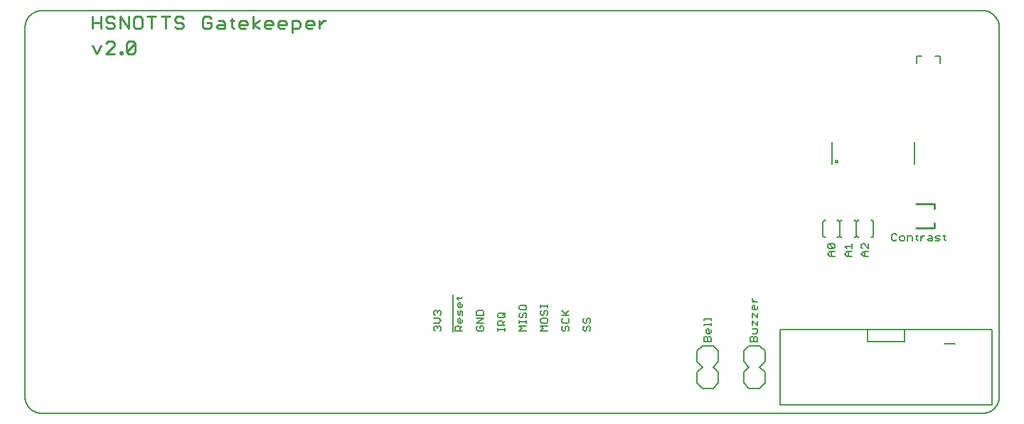
<source format=gto>
G75*
%MOIN*%
%OFA0B0*%
%FSLAX25Y25*%
%IPPOS*%
%LPD*%
%AMOC8*
5,1,8,0,0,1.08239X$1,22.5*
%
%ADD10C,0.01100*%
%ADD11C,0.00591*%
%ADD12C,0.00600*%
%ADD13C,0.00800*%
%ADD14C,0.01000*%
D10*
X0035121Y0364837D02*
X0037089Y0368774D01*
X0039598Y0369758D02*
X0040582Y0370742D01*
X0042550Y0370742D01*
X0043535Y0369758D01*
X0043535Y0368774D01*
X0039598Y0364837D01*
X0043535Y0364837D01*
X0046043Y0364837D02*
X0047028Y0364837D01*
X0047028Y0365822D01*
X0046043Y0365822D01*
X0046043Y0364837D01*
X0049266Y0365822D02*
X0049266Y0369758D01*
X0050250Y0370742D01*
X0052219Y0370742D01*
X0053203Y0369758D01*
X0049266Y0365822D01*
X0050250Y0364837D01*
X0052219Y0364837D01*
X0053203Y0365822D01*
X0053203Y0369758D01*
X0053473Y0376648D02*
X0055441Y0376648D01*
X0056426Y0377633D01*
X0056426Y0381569D01*
X0055441Y0382553D01*
X0053473Y0382553D01*
X0052489Y0381569D01*
X0052489Y0377633D01*
X0053473Y0376648D01*
X0049980Y0376648D02*
X0049980Y0382553D01*
X0046043Y0382553D02*
X0046043Y0376648D01*
X0043535Y0377633D02*
X0042550Y0376648D01*
X0040582Y0376648D01*
X0039598Y0377633D01*
X0040582Y0379601D02*
X0042550Y0379601D01*
X0043535Y0378617D01*
X0043535Y0377633D01*
X0040582Y0379601D02*
X0039598Y0380585D01*
X0039598Y0381569D01*
X0040582Y0382553D01*
X0042550Y0382553D01*
X0043535Y0381569D01*
X0046043Y0382553D02*
X0049980Y0376648D01*
X0058934Y0382553D02*
X0062871Y0382553D01*
X0060903Y0382553D02*
X0060903Y0376648D01*
X0065380Y0382553D02*
X0069317Y0382553D01*
X0067348Y0382553D02*
X0067348Y0376648D01*
X0071825Y0377633D02*
X0072810Y0376648D01*
X0074778Y0376648D01*
X0075762Y0377633D01*
X0075762Y0378617D01*
X0074778Y0379601D01*
X0072810Y0379601D01*
X0071825Y0380585D01*
X0071825Y0381569D01*
X0072810Y0382553D01*
X0074778Y0382553D01*
X0075762Y0381569D01*
X0084716Y0381569D02*
X0084716Y0377633D01*
X0085701Y0376648D01*
X0087669Y0376648D01*
X0088653Y0377633D01*
X0088653Y0379601D01*
X0086685Y0379601D01*
X0088653Y0381569D02*
X0087669Y0382553D01*
X0085701Y0382553D01*
X0084716Y0381569D01*
X0092146Y0380585D02*
X0094114Y0380585D01*
X0095099Y0379601D01*
X0095099Y0376648D01*
X0092146Y0376648D01*
X0091162Y0377633D01*
X0092146Y0378617D01*
X0095099Y0378617D01*
X0097607Y0380585D02*
X0099576Y0380585D01*
X0098591Y0381569D02*
X0098591Y0377633D01*
X0099576Y0376648D01*
X0101904Y0377633D02*
X0101904Y0379601D01*
X0102888Y0380585D01*
X0104857Y0380585D01*
X0105841Y0379601D01*
X0105841Y0378617D01*
X0101904Y0378617D01*
X0101904Y0377633D02*
X0102888Y0376648D01*
X0104857Y0376648D01*
X0108350Y0376648D02*
X0108350Y0382553D01*
X0111302Y0380585D02*
X0108350Y0378617D01*
X0111302Y0376648D01*
X0113721Y0377633D02*
X0113721Y0379601D01*
X0114705Y0380585D01*
X0116674Y0380585D01*
X0117658Y0379601D01*
X0117658Y0378617D01*
X0113721Y0378617D01*
X0113721Y0377633D02*
X0114705Y0376648D01*
X0116674Y0376648D01*
X0120167Y0377633D02*
X0120167Y0379601D01*
X0121151Y0380585D01*
X0123119Y0380585D01*
X0124103Y0379601D01*
X0124103Y0378617D01*
X0120167Y0378617D01*
X0120167Y0377633D02*
X0121151Y0376648D01*
X0123119Y0376648D01*
X0126612Y0376648D02*
X0129565Y0376648D01*
X0130549Y0377633D01*
X0130549Y0379601D01*
X0129565Y0380585D01*
X0126612Y0380585D01*
X0126612Y0374680D01*
X0133058Y0377633D02*
X0133058Y0379601D01*
X0134042Y0380585D01*
X0136010Y0380585D01*
X0136994Y0379601D01*
X0136994Y0378617D01*
X0133058Y0378617D01*
X0133058Y0377633D02*
X0134042Y0376648D01*
X0136010Y0376648D01*
X0139503Y0376648D02*
X0139503Y0380585D01*
X0139503Y0378617D02*
X0141471Y0380585D01*
X0142456Y0380585D01*
X0037089Y0379601D02*
X0033152Y0379601D01*
X0033152Y0382553D02*
X0033152Y0376648D01*
X0037089Y0376648D02*
X0037089Y0382553D01*
X0033152Y0368774D02*
X0035121Y0364837D01*
D11*
X0009374Y0196177D02*
X0450319Y0196177D01*
X0450509Y0196179D01*
X0450699Y0196186D01*
X0450889Y0196198D01*
X0451079Y0196214D01*
X0451268Y0196234D01*
X0451457Y0196260D01*
X0451645Y0196289D01*
X0451832Y0196324D01*
X0452018Y0196363D01*
X0452203Y0196406D01*
X0452388Y0196454D01*
X0452571Y0196506D01*
X0452752Y0196562D01*
X0452932Y0196623D01*
X0453111Y0196689D01*
X0453288Y0196758D01*
X0453464Y0196832D01*
X0453637Y0196910D01*
X0453809Y0196993D01*
X0453978Y0197079D01*
X0454146Y0197169D01*
X0454311Y0197264D01*
X0454474Y0197362D01*
X0454634Y0197465D01*
X0454792Y0197571D01*
X0454947Y0197681D01*
X0455100Y0197794D01*
X0455250Y0197912D01*
X0455396Y0198033D01*
X0455540Y0198157D01*
X0455681Y0198285D01*
X0455819Y0198416D01*
X0455954Y0198551D01*
X0456085Y0198689D01*
X0456213Y0198830D01*
X0456337Y0198974D01*
X0456458Y0199120D01*
X0456576Y0199270D01*
X0456689Y0199423D01*
X0456799Y0199578D01*
X0456905Y0199736D01*
X0457008Y0199896D01*
X0457106Y0200059D01*
X0457201Y0200224D01*
X0457291Y0200392D01*
X0457377Y0200561D01*
X0457460Y0200733D01*
X0457538Y0200906D01*
X0457612Y0201082D01*
X0457681Y0201259D01*
X0457747Y0201438D01*
X0457808Y0201618D01*
X0457864Y0201799D01*
X0457916Y0201982D01*
X0457964Y0202167D01*
X0458007Y0202352D01*
X0458046Y0202538D01*
X0458081Y0202725D01*
X0458110Y0202913D01*
X0458136Y0203102D01*
X0458156Y0203291D01*
X0458172Y0203481D01*
X0458184Y0203671D01*
X0458191Y0203861D01*
X0458193Y0204051D01*
X0458193Y0377280D01*
X0458191Y0377470D01*
X0458184Y0377660D01*
X0458172Y0377850D01*
X0458156Y0378040D01*
X0458136Y0378229D01*
X0458110Y0378418D01*
X0458081Y0378606D01*
X0458046Y0378793D01*
X0458007Y0378979D01*
X0457964Y0379164D01*
X0457916Y0379349D01*
X0457864Y0379532D01*
X0457808Y0379713D01*
X0457747Y0379893D01*
X0457681Y0380072D01*
X0457612Y0380249D01*
X0457538Y0380425D01*
X0457460Y0380598D01*
X0457377Y0380770D01*
X0457291Y0380939D01*
X0457201Y0381107D01*
X0457106Y0381272D01*
X0457008Y0381435D01*
X0456905Y0381595D01*
X0456799Y0381753D01*
X0456689Y0381908D01*
X0456576Y0382061D01*
X0456458Y0382211D01*
X0456337Y0382357D01*
X0456213Y0382501D01*
X0456085Y0382642D01*
X0455954Y0382780D01*
X0455819Y0382915D01*
X0455681Y0383046D01*
X0455540Y0383174D01*
X0455396Y0383298D01*
X0455250Y0383419D01*
X0455100Y0383537D01*
X0454947Y0383650D01*
X0454792Y0383760D01*
X0454634Y0383866D01*
X0454474Y0383969D01*
X0454311Y0384067D01*
X0454146Y0384162D01*
X0453978Y0384252D01*
X0453809Y0384338D01*
X0453637Y0384421D01*
X0453464Y0384499D01*
X0453288Y0384573D01*
X0453111Y0384642D01*
X0452932Y0384708D01*
X0452752Y0384769D01*
X0452571Y0384825D01*
X0452388Y0384877D01*
X0452203Y0384925D01*
X0452018Y0384968D01*
X0451832Y0385007D01*
X0451645Y0385042D01*
X0451457Y0385071D01*
X0451268Y0385097D01*
X0451079Y0385117D01*
X0450889Y0385133D01*
X0450699Y0385145D01*
X0450509Y0385152D01*
X0450319Y0385154D01*
X0009374Y0385154D01*
X0009184Y0385152D01*
X0008994Y0385145D01*
X0008804Y0385133D01*
X0008614Y0385117D01*
X0008425Y0385097D01*
X0008236Y0385071D01*
X0008048Y0385042D01*
X0007861Y0385007D01*
X0007675Y0384968D01*
X0007490Y0384925D01*
X0007305Y0384877D01*
X0007122Y0384825D01*
X0006941Y0384769D01*
X0006761Y0384708D01*
X0006582Y0384642D01*
X0006405Y0384573D01*
X0006229Y0384499D01*
X0006056Y0384421D01*
X0005884Y0384338D01*
X0005715Y0384252D01*
X0005547Y0384162D01*
X0005382Y0384067D01*
X0005219Y0383969D01*
X0005059Y0383866D01*
X0004901Y0383760D01*
X0004746Y0383650D01*
X0004593Y0383537D01*
X0004443Y0383419D01*
X0004297Y0383298D01*
X0004153Y0383174D01*
X0004012Y0383046D01*
X0003874Y0382915D01*
X0003739Y0382780D01*
X0003608Y0382642D01*
X0003480Y0382501D01*
X0003356Y0382357D01*
X0003235Y0382211D01*
X0003117Y0382061D01*
X0003004Y0381908D01*
X0002894Y0381753D01*
X0002788Y0381595D01*
X0002685Y0381435D01*
X0002587Y0381272D01*
X0002492Y0381107D01*
X0002402Y0380939D01*
X0002316Y0380770D01*
X0002233Y0380598D01*
X0002155Y0380425D01*
X0002081Y0380249D01*
X0002012Y0380072D01*
X0001946Y0379893D01*
X0001885Y0379713D01*
X0001829Y0379532D01*
X0001777Y0379349D01*
X0001729Y0379164D01*
X0001686Y0378979D01*
X0001647Y0378793D01*
X0001612Y0378606D01*
X0001583Y0378418D01*
X0001557Y0378229D01*
X0001537Y0378040D01*
X0001521Y0377850D01*
X0001509Y0377660D01*
X0001502Y0377470D01*
X0001500Y0377280D01*
X0001500Y0204051D01*
X0001502Y0203861D01*
X0001509Y0203671D01*
X0001521Y0203481D01*
X0001537Y0203291D01*
X0001557Y0203102D01*
X0001583Y0202913D01*
X0001612Y0202725D01*
X0001647Y0202538D01*
X0001686Y0202352D01*
X0001729Y0202167D01*
X0001777Y0201982D01*
X0001829Y0201799D01*
X0001885Y0201618D01*
X0001946Y0201438D01*
X0002012Y0201259D01*
X0002081Y0201082D01*
X0002155Y0200906D01*
X0002233Y0200733D01*
X0002316Y0200561D01*
X0002402Y0200392D01*
X0002492Y0200224D01*
X0002587Y0200059D01*
X0002685Y0199896D01*
X0002788Y0199736D01*
X0002894Y0199578D01*
X0003004Y0199423D01*
X0003117Y0199270D01*
X0003235Y0199120D01*
X0003356Y0198974D01*
X0003480Y0198830D01*
X0003608Y0198689D01*
X0003739Y0198551D01*
X0003874Y0198416D01*
X0004012Y0198285D01*
X0004153Y0198157D01*
X0004297Y0198033D01*
X0004443Y0197912D01*
X0004593Y0197794D01*
X0004746Y0197681D01*
X0004901Y0197571D01*
X0005059Y0197465D01*
X0005219Y0197362D01*
X0005382Y0197264D01*
X0005547Y0197169D01*
X0005715Y0197079D01*
X0005884Y0196993D01*
X0006056Y0196910D01*
X0006229Y0196832D01*
X0006405Y0196758D01*
X0006582Y0196689D01*
X0006761Y0196623D01*
X0006941Y0196562D01*
X0007122Y0196506D01*
X0007305Y0196454D01*
X0007490Y0196406D01*
X0007675Y0196363D01*
X0007861Y0196324D01*
X0008048Y0196289D01*
X0008236Y0196260D01*
X0008425Y0196234D01*
X0008614Y0196214D01*
X0008804Y0196198D01*
X0008994Y0196186D01*
X0009184Y0196179D01*
X0009374Y0196177D01*
D12*
X0193144Y0235430D02*
X0193144Y0236564D01*
X0193711Y0237132D01*
X0194278Y0237132D01*
X0194845Y0236564D01*
X0195412Y0237132D01*
X0195979Y0237132D01*
X0196546Y0236564D01*
X0196546Y0235430D01*
X0195979Y0234863D01*
X0194845Y0235997D02*
X0194845Y0236564D01*
X0193711Y0234863D02*
X0193144Y0235430D01*
X0193144Y0238546D02*
X0195412Y0238546D01*
X0196546Y0239680D01*
X0195412Y0240815D01*
X0193144Y0240815D01*
X0193711Y0242229D02*
X0193144Y0242796D01*
X0193144Y0243931D01*
X0193711Y0244498D01*
X0194278Y0244498D01*
X0194845Y0243931D01*
X0195412Y0244498D01*
X0195979Y0244498D01*
X0196546Y0243931D01*
X0196546Y0242796D01*
X0195979Y0242229D01*
X0194845Y0243364D02*
X0194845Y0243931D01*
X0204278Y0244498D02*
X0204278Y0242796D01*
X0204845Y0242229D01*
X0205412Y0242796D01*
X0205412Y0243931D01*
X0205979Y0244498D01*
X0206546Y0243931D01*
X0206546Y0242229D01*
X0205412Y0240815D02*
X0205412Y0238546D01*
X0204845Y0238546D02*
X0204278Y0239113D01*
X0204278Y0240248D01*
X0204845Y0240815D01*
X0205412Y0240815D01*
X0206546Y0240248D02*
X0206546Y0239113D01*
X0205979Y0238546D01*
X0204845Y0238546D01*
X0204845Y0237132D02*
X0205412Y0236564D01*
X0205412Y0234863D01*
X0205412Y0235997D02*
X0206546Y0237132D01*
X0204845Y0237132D02*
X0203711Y0237132D01*
X0203144Y0236564D01*
X0203144Y0234863D01*
X0206546Y0234863D01*
X0201946Y0234563D02*
X0201946Y0251751D01*
X0203711Y0250163D02*
X0205979Y0250163D01*
X0206546Y0250730D01*
X0204278Y0250730D02*
X0204278Y0249596D01*
X0204845Y0248181D02*
X0205412Y0248181D01*
X0205412Y0245912D01*
X0204845Y0245912D02*
X0204278Y0246480D01*
X0204278Y0247614D01*
X0204845Y0248181D01*
X0206546Y0247614D02*
X0206546Y0246480D01*
X0205979Y0245912D01*
X0204845Y0245912D01*
X0213144Y0243931D02*
X0213144Y0242229D01*
X0216546Y0242229D01*
X0216546Y0243931D01*
X0215979Y0244498D01*
X0213711Y0244498D01*
X0213144Y0243931D01*
X0213144Y0240815D02*
X0216546Y0240815D01*
X0213144Y0238546D01*
X0216546Y0238546D01*
X0215979Y0237132D02*
X0214845Y0237132D01*
X0214845Y0235997D01*
X0215979Y0234863D02*
X0216546Y0235430D01*
X0216546Y0236564D01*
X0215979Y0237132D01*
X0213711Y0237132D02*
X0213144Y0236564D01*
X0213144Y0235430D01*
X0213711Y0234863D01*
X0215979Y0234863D01*
X0223144Y0234863D02*
X0223144Y0235997D01*
X0223144Y0235430D02*
X0226546Y0235430D01*
X0226546Y0234863D02*
X0226546Y0235997D01*
X0226546Y0237318D02*
X0223144Y0237318D01*
X0223144Y0239020D01*
X0223711Y0239587D01*
X0224845Y0239587D01*
X0225412Y0239020D01*
X0225412Y0237318D01*
X0225412Y0238453D02*
X0226546Y0239587D01*
X0225979Y0241002D02*
X0226546Y0241569D01*
X0226546Y0242703D01*
X0225979Y0243270D01*
X0223711Y0243270D01*
X0223144Y0242703D01*
X0223144Y0241569D01*
X0223711Y0241002D01*
X0225979Y0241002D01*
X0225412Y0242136D02*
X0226546Y0243270D01*
X0233144Y0242703D02*
X0233144Y0241569D01*
X0233711Y0241002D01*
X0234278Y0241002D01*
X0234845Y0241569D01*
X0234845Y0242703D01*
X0235412Y0243270D01*
X0235979Y0243270D01*
X0236546Y0242703D01*
X0236546Y0241569D01*
X0235979Y0241002D01*
X0236546Y0239680D02*
X0236546Y0238546D01*
X0236546Y0239113D02*
X0233144Y0239113D01*
X0233144Y0238546D02*
X0233144Y0239680D01*
X0233144Y0237132D02*
X0236546Y0237132D01*
X0236546Y0234863D02*
X0233144Y0234863D01*
X0234278Y0235997D01*
X0233144Y0237132D01*
X0233144Y0242703D02*
X0233711Y0243270D01*
X0233711Y0244685D02*
X0235979Y0244685D01*
X0236546Y0245252D01*
X0236546Y0246386D01*
X0235979Y0246953D01*
X0233711Y0246953D01*
X0233144Y0246386D01*
X0233144Y0245252D01*
X0233711Y0244685D01*
X0243144Y0243931D02*
X0243144Y0242796D01*
X0243711Y0242229D01*
X0244278Y0242229D01*
X0244845Y0242796D01*
X0244845Y0243931D01*
X0245412Y0244498D01*
X0245979Y0244498D01*
X0246546Y0243931D01*
X0246546Y0242796D01*
X0245979Y0242229D01*
X0245979Y0240815D02*
X0243711Y0240815D01*
X0243144Y0240248D01*
X0243144Y0239113D01*
X0243711Y0238546D01*
X0245979Y0238546D01*
X0246546Y0239113D01*
X0246546Y0240248D01*
X0245979Y0240815D01*
X0246546Y0237132D02*
X0243144Y0237132D01*
X0244278Y0235997D01*
X0243144Y0234863D01*
X0246546Y0234863D01*
X0253144Y0235430D02*
X0253711Y0234863D01*
X0254278Y0234863D01*
X0254845Y0235430D01*
X0254845Y0236564D01*
X0255412Y0237132D01*
X0255979Y0237132D01*
X0256546Y0236564D01*
X0256546Y0235430D01*
X0255979Y0234863D01*
X0253144Y0235430D02*
X0253144Y0236564D01*
X0253711Y0237132D01*
X0253711Y0238546D02*
X0255979Y0238546D01*
X0256546Y0239113D01*
X0256546Y0240248D01*
X0255979Y0240815D01*
X0255412Y0242229D02*
X0253144Y0244498D01*
X0253144Y0242229D02*
X0256546Y0242229D01*
X0254845Y0242796D02*
X0256546Y0244498D01*
X0253711Y0240815D02*
X0253144Y0240248D01*
X0253144Y0239113D01*
X0253711Y0238546D01*
X0263144Y0239113D02*
X0263711Y0238546D01*
X0264278Y0238546D01*
X0264845Y0239113D01*
X0264845Y0240248D01*
X0265412Y0240815D01*
X0265979Y0240815D01*
X0266546Y0240248D01*
X0266546Y0239113D01*
X0265979Y0238546D01*
X0265979Y0237132D02*
X0266546Y0236564D01*
X0266546Y0235430D01*
X0265979Y0234863D01*
X0264845Y0235430D02*
X0264845Y0236564D01*
X0265412Y0237132D01*
X0265979Y0237132D01*
X0264845Y0235430D02*
X0264278Y0234863D01*
X0263711Y0234863D01*
X0263144Y0235430D01*
X0263144Y0236564D01*
X0263711Y0237132D01*
X0263144Y0239113D02*
X0263144Y0240248D01*
X0263711Y0240815D01*
X0246546Y0245912D02*
X0246546Y0247047D01*
X0246546Y0246480D02*
X0243144Y0246480D01*
X0243144Y0247047D02*
X0243144Y0245912D01*
X0243711Y0244498D02*
X0243144Y0243931D01*
X0319679Y0240331D02*
X0323082Y0240331D01*
X0323082Y0240898D02*
X0323082Y0239763D01*
X0323082Y0238442D02*
X0323082Y0237308D01*
X0323082Y0237875D02*
X0319679Y0237875D01*
X0319679Y0237308D01*
X0321380Y0235893D02*
X0321948Y0235893D01*
X0321948Y0233625D01*
X0322515Y0233625D02*
X0321380Y0233625D01*
X0320813Y0234192D01*
X0320813Y0235326D01*
X0321380Y0235893D01*
X0323082Y0235326D02*
X0323082Y0234192D01*
X0322515Y0233625D01*
X0322515Y0232210D02*
X0323082Y0231643D01*
X0323082Y0229942D01*
X0319679Y0229942D01*
X0319679Y0231643D01*
X0320246Y0232210D01*
X0320813Y0232210D01*
X0321380Y0231643D01*
X0321380Y0229942D01*
X0321380Y0231643D02*
X0321948Y0232210D01*
X0322515Y0232210D01*
X0319679Y0239763D02*
X0319679Y0240331D01*
X0342467Y0240991D02*
X0342467Y0243260D01*
X0344735Y0240991D01*
X0344735Y0243260D01*
X0344168Y0244674D02*
X0343034Y0244674D01*
X0342467Y0245241D01*
X0342467Y0246376D01*
X0343034Y0246943D01*
X0343601Y0246943D01*
X0343601Y0244674D01*
X0344168Y0244674D02*
X0344735Y0245241D01*
X0344735Y0246376D01*
X0344735Y0248357D02*
X0342467Y0248357D01*
X0343601Y0248357D02*
X0342467Y0249492D01*
X0342467Y0250059D01*
X0342467Y0239577D02*
X0344735Y0237308D01*
X0344735Y0239577D01*
X0342467Y0239577D02*
X0342467Y0237308D01*
X0342467Y0235893D02*
X0344735Y0235893D01*
X0344735Y0234192D01*
X0344168Y0233625D01*
X0342467Y0233625D01*
X0342467Y0232210D02*
X0343034Y0231643D01*
X0343034Y0229942D01*
X0343034Y0231643D02*
X0343601Y0232210D01*
X0344168Y0232210D01*
X0344735Y0231643D01*
X0344735Y0229942D01*
X0341333Y0229942D01*
X0341333Y0231643D01*
X0341900Y0232210D01*
X0342467Y0232210D01*
X0378884Y0269820D02*
X0377750Y0270954D01*
X0378884Y0272088D01*
X0381153Y0272088D01*
X0380586Y0273503D02*
X0378317Y0275771D01*
X0380586Y0275771D01*
X0381153Y0275204D01*
X0381153Y0274070D01*
X0380586Y0273503D01*
X0378317Y0273503D01*
X0377750Y0274070D01*
X0377750Y0275204D01*
X0378317Y0275771D01*
X0379451Y0272088D02*
X0379451Y0269820D01*
X0378884Y0269820D02*
X0381153Y0269820D01*
X0385624Y0270954D02*
X0386758Y0272088D01*
X0389027Y0272088D01*
X0389027Y0273503D02*
X0389027Y0275771D01*
X0389027Y0274637D02*
X0385624Y0274637D01*
X0386758Y0273503D01*
X0387325Y0272088D02*
X0387325Y0269820D01*
X0386758Y0269820D02*
X0385624Y0270954D01*
X0386758Y0269820D02*
X0389027Y0269820D01*
X0393498Y0270954D02*
X0394632Y0272088D01*
X0396901Y0272088D01*
X0396901Y0273503D02*
X0394632Y0275771D01*
X0394065Y0275771D01*
X0393498Y0275204D01*
X0393498Y0274070D01*
X0394065Y0273503D01*
X0395199Y0272088D02*
X0395199Y0269820D01*
X0394632Y0269820D02*
X0393498Y0270954D01*
X0394632Y0269820D02*
X0396901Y0269820D01*
X0396901Y0273503D02*
X0396901Y0275771D01*
X0407893Y0277690D02*
X0408461Y0277123D01*
X0409595Y0277123D01*
X0410162Y0277690D01*
X0411577Y0277690D02*
X0412144Y0277123D01*
X0413278Y0277123D01*
X0413845Y0277690D01*
X0413845Y0278824D01*
X0413278Y0279391D01*
X0412144Y0279391D01*
X0411577Y0278824D01*
X0411577Y0277690D01*
X0410162Y0279959D02*
X0409595Y0280526D01*
X0408461Y0280526D01*
X0407893Y0279959D01*
X0407893Y0277690D01*
X0415260Y0277123D02*
X0415260Y0279391D01*
X0416961Y0279391D01*
X0417528Y0278824D01*
X0417528Y0277123D01*
X0419510Y0277690D02*
X0420077Y0277123D01*
X0419510Y0277690D02*
X0419510Y0279959D01*
X0418943Y0279391D02*
X0420077Y0279391D01*
X0421398Y0279391D02*
X0421398Y0277123D01*
X0421398Y0278257D02*
X0422533Y0279391D01*
X0423100Y0279391D01*
X0425035Y0279391D02*
X0426169Y0279391D01*
X0426736Y0278824D01*
X0426736Y0277123D01*
X0425035Y0277123D01*
X0424468Y0277690D01*
X0425035Y0278257D01*
X0426736Y0278257D01*
X0428151Y0278824D02*
X0428718Y0279391D01*
X0430419Y0279391D01*
X0429852Y0278257D02*
X0428718Y0278257D01*
X0428151Y0278824D01*
X0428151Y0277123D02*
X0429852Y0277123D01*
X0430419Y0277690D01*
X0429852Y0278257D01*
X0431834Y0279391D02*
X0432968Y0279391D01*
X0432401Y0279959D02*
X0432401Y0277690D01*
X0432968Y0277123D01*
X0418437Y0313094D02*
X0418437Y0323354D01*
X0379839Y0323354D02*
X0379839Y0313094D01*
D13*
X0381473Y0314324D02*
X0381475Y0314371D01*
X0381481Y0314418D01*
X0381491Y0314465D01*
X0381504Y0314510D01*
X0381522Y0314554D01*
X0381543Y0314596D01*
X0381567Y0314637D01*
X0381595Y0314675D01*
X0381626Y0314711D01*
X0381660Y0314744D01*
X0381696Y0314774D01*
X0381735Y0314801D01*
X0381776Y0314825D01*
X0381819Y0314845D01*
X0381863Y0314861D01*
X0381909Y0314874D01*
X0381955Y0314883D01*
X0382003Y0314888D01*
X0382050Y0314889D01*
X0382097Y0314886D01*
X0382144Y0314879D01*
X0382190Y0314868D01*
X0382235Y0314854D01*
X0382279Y0314835D01*
X0382320Y0314813D01*
X0382360Y0314788D01*
X0382398Y0314759D01*
X0382433Y0314728D01*
X0382466Y0314693D01*
X0382495Y0314656D01*
X0382521Y0314617D01*
X0382544Y0314575D01*
X0382563Y0314532D01*
X0382579Y0314487D01*
X0382591Y0314441D01*
X0382599Y0314395D01*
X0382603Y0314348D01*
X0382603Y0314300D01*
X0382599Y0314253D01*
X0382591Y0314207D01*
X0382579Y0314161D01*
X0382563Y0314116D01*
X0382544Y0314073D01*
X0382521Y0314031D01*
X0382495Y0313992D01*
X0382466Y0313955D01*
X0382433Y0313920D01*
X0382398Y0313889D01*
X0382360Y0313860D01*
X0382321Y0313835D01*
X0382279Y0313813D01*
X0382235Y0313794D01*
X0382190Y0313780D01*
X0382144Y0313769D01*
X0382097Y0313762D01*
X0382050Y0313759D01*
X0382003Y0313760D01*
X0381955Y0313765D01*
X0381909Y0313774D01*
X0381863Y0313787D01*
X0381819Y0313803D01*
X0381776Y0313823D01*
X0381735Y0313847D01*
X0381696Y0313874D01*
X0381660Y0313904D01*
X0381626Y0313937D01*
X0381595Y0313973D01*
X0381567Y0314011D01*
X0381543Y0314052D01*
X0381522Y0314094D01*
X0381504Y0314138D01*
X0381491Y0314183D01*
X0381481Y0314230D01*
X0381475Y0314277D01*
X0381473Y0314324D01*
X0383390Y0285941D02*
X0383390Y0279642D01*
X0383390Y0285941D01*
X0383389Y0285941D02*
X0383404Y0286002D01*
X0383422Y0286063D01*
X0383444Y0286122D01*
X0383469Y0286180D01*
X0383499Y0286235D01*
X0383531Y0286289D01*
X0383567Y0286341D01*
X0383606Y0286391D01*
X0383648Y0286438D01*
X0383693Y0286482D01*
X0383741Y0286523D01*
X0383791Y0286561D01*
X0383844Y0286596D01*
X0383898Y0286628D01*
X0383955Y0286656D01*
X0384013Y0286681D01*
X0384072Y0286702D01*
X0384133Y0286719D01*
X0384195Y0286732D01*
X0384257Y0286741D01*
X0384320Y0286747D01*
X0384383Y0286748D01*
X0384446Y0286745D01*
X0384509Y0286739D01*
X0384571Y0286729D01*
X0383391Y0285941D02*
X0383377Y0286000D01*
X0383360Y0286058D01*
X0383339Y0286115D01*
X0383315Y0286171D01*
X0383287Y0286225D01*
X0383257Y0286277D01*
X0383223Y0286328D01*
X0383186Y0286376D01*
X0383147Y0286422D01*
X0383104Y0286465D01*
X0383060Y0286506D01*
X0383012Y0286544D01*
X0382963Y0286579D01*
X0382911Y0286611D01*
X0382858Y0286640D01*
X0382803Y0286666D01*
X0382747Y0286688D01*
X0382689Y0286707D01*
X0382630Y0286723D01*
X0382571Y0286734D01*
X0382511Y0286743D01*
X0382450Y0286747D01*
X0382390Y0286748D01*
X0382329Y0286745D01*
X0382269Y0286739D01*
X0382209Y0286729D01*
X0390083Y0286729D02*
X0390143Y0286739D01*
X0390203Y0286745D01*
X0390264Y0286748D01*
X0390324Y0286747D01*
X0390385Y0286743D01*
X0390445Y0286734D01*
X0390504Y0286723D01*
X0390563Y0286707D01*
X0390621Y0286688D01*
X0390677Y0286666D01*
X0390732Y0286640D01*
X0390785Y0286611D01*
X0390837Y0286579D01*
X0390886Y0286544D01*
X0390934Y0286506D01*
X0390978Y0286465D01*
X0391021Y0286422D01*
X0391060Y0286376D01*
X0391097Y0286328D01*
X0391131Y0286277D01*
X0391161Y0286225D01*
X0391189Y0286171D01*
X0391213Y0286115D01*
X0391234Y0286058D01*
X0391251Y0286000D01*
X0391265Y0285941D01*
X0391264Y0285941D02*
X0391264Y0279642D01*
X0391264Y0285941D01*
X0391263Y0285941D02*
X0391278Y0286002D01*
X0391296Y0286063D01*
X0391318Y0286122D01*
X0391343Y0286180D01*
X0391373Y0286235D01*
X0391405Y0286289D01*
X0391441Y0286341D01*
X0391480Y0286391D01*
X0391522Y0286438D01*
X0391567Y0286482D01*
X0391615Y0286523D01*
X0391665Y0286561D01*
X0391718Y0286596D01*
X0391772Y0286628D01*
X0391829Y0286656D01*
X0391887Y0286681D01*
X0391946Y0286702D01*
X0392007Y0286719D01*
X0392069Y0286732D01*
X0392131Y0286741D01*
X0392194Y0286747D01*
X0392257Y0286748D01*
X0392320Y0286745D01*
X0392383Y0286739D01*
X0392445Y0286729D01*
X0397957Y0286729D02*
X0398017Y0286739D01*
X0398077Y0286745D01*
X0398138Y0286748D01*
X0398198Y0286747D01*
X0398259Y0286743D01*
X0398319Y0286734D01*
X0398378Y0286723D01*
X0398437Y0286707D01*
X0398495Y0286688D01*
X0398551Y0286666D01*
X0398606Y0286640D01*
X0398659Y0286611D01*
X0398711Y0286579D01*
X0398760Y0286544D01*
X0398808Y0286506D01*
X0398852Y0286465D01*
X0398895Y0286422D01*
X0398934Y0286376D01*
X0398971Y0286328D01*
X0399005Y0286277D01*
X0399035Y0286225D01*
X0399063Y0286171D01*
X0399087Y0286115D01*
X0399108Y0286058D01*
X0399125Y0286000D01*
X0399139Y0285941D01*
X0399138Y0285941D02*
X0399138Y0279642D01*
X0399139Y0279642D02*
X0399125Y0279583D01*
X0399108Y0279525D01*
X0399087Y0279468D01*
X0399063Y0279412D01*
X0399035Y0279358D01*
X0399005Y0279306D01*
X0398971Y0279255D01*
X0398934Y0279207D01*
X0398895Y0279161D01*
X0398852Y0279118D01*
X0398808Y0279077D01*
X0398760Y0279039D01*
X0398711Y0279004D01*
X0398659Y0278972D01*
X0398606Y0278943D01*
X0398551Y0278917D01*
X0398495Y0278895D01*
X0398437Y0278876D01*
X0398378Y0278860D01*
X0398319Y0278849D01*
X0398259Y0278840D01*
X0398198Y0278836D01*
X0398138Y0278835D01*
X0398077Y0278838D01*
X0398017Y0278844D01*
X0397957Y0278854D01*
X0392445Y0278854D02*
X0392383Y0278844D01*
X0392320Y0278838D01*
X0392257Y0278835D01*
X0392194Y0278836D01*
X0392131Y0278842D01*
X0392069Y0278851D01*
X0392007Y0278864D01*
X0391946Y0278881D01*
X0391887Y0278902D01*
X0391829Y0278927D01*
X0391772Y0278955D01*
X0391718Y0278987D01*
X0391665Y0279022D01*
X0391615Y0279060D01*
X0391567Y0279101D01*
X0391522Y0279145D01*
X0391480Y0279192D01*
X0391441Y0279242D01*
X0391405Y0279294D01*
X0391373Y0279348D01*
X0391343Y0279403D01*
X0391318Y0279461D01*
X0391296Y0279520D01*
X0391278Y0279581D01*
X0391263Y0279642D01*
X0391265Y0279642D02*
X0391251Y0279583D01*
X0391234Y0279525D01*
X0391213Y0279468D01*
X0391189Y0279412D01*
X0391161Y0279358D01*
X0391131Y0279306D01*
X0391097Y0279255D01*
X0391060Y0279207D01*
X0391021Y0279161D01*
X0390978Y0279118D01*
X0390934Y0279077D01*
X0390886Y0279039D01*
X0390837Y0279004D01*
X0390785Y0278972D01*
X0390732Y0278943D01*
X0390677Y0278917D01*
X0390621Y0278895D01*
X0390563Y0278876D01*
X0390504Y0278860D01*
X0390445Y0278849D01*
X0390385Y0278840D01*
X0390324Y0278836D01*
X0390264Y0278835D01*
X0390203Y0278838D01*
X0390143Y0278844D01*
X0390083Y0278854D01*
X0384571Y0278854D02*
X0384509Y0278844D01*
X0384446Y0278838D01*
X0384383Y0278835D01*
X0384320Y0278836D01*
X0384257Y0278842D01*
X0384195Y0278851D01*
X0384133Y0278864D01*
X0384072Y0278881D01*
X0384013Y0278902D01*
X0383955Y0278927D01*
X0383898Y0278955D01*
X0383844Y0278987D01*
X0383791Y0279022D01*
X0383741Y0279060D01*
X0383693Y0279101D01*
X0383648Y0279145D01*
X0383606Y0279192D01*
X0383567Y0279242D01*
X0383531Y0279294D01*
X0383499Y0279348D01*
X0383469Y0279403D01*
X0383444Y0279461D01*
X0383422Y0279520D01*
X0383404Y0279581D01*
X0383389Y0279642D01*
X0383391Y0279642D02*
X0383377Y0279583D01*
X0383360Y0279525D01*
X0383339Y0279468D01*
X0383315Y0279412D01*
X0383287Y0279358D01*
X0383257Y0279306D01*
X0383223Y0279255D01*
X0383186Y0279207D01*
X0383147Y0279161D01*
X0383104Y0279118D01*
X0383060Y0279077D01*
X0383012Y0279039D01*
X0382963Y0279004D01*
X0382911Y0278972D01*
X0382858Y0278943D01*
X0382803Y0278917D01*
X0382747Y0278895D01*
X0382689Y0278876D01*
X0382630Y0278860D01*
X0382571Y0278849D01*
X0382511Y0278840D01*
X0382450Y0278836D01*
X0382390Y0278835D01*
X0382329Y0278838D01*
X0382269Y0278844D01*
X0382209Y0278854D01*
X0376697Y0278854D02*
X0376635Y0278844D01*
X0376572Y0278838D01*
X0376509Y0278835D01*
X0376446Y0278836D01*
X0376383Y0278842D01*
X0376321Y0278851D01*
X0376259Y0278864D01*
X0376198Y0278881D01*
X0376139Y0278902D01*
X0376081Y0278927D01*
X0376024Y0278955D01*
X0375970Y0278987D01*
X0375917Y0279022D01*
X0375867Y0279060D01*
X0375819Y0279101D01*
X0375774Y0279145D01*
X0375732Y0279192D01*
X0375693Y0279242D01*
X0375657Y0279294D01*
X0375625Y0279348D01*
X0375595Y0279403D01*
X0375570Y0279461D01*
X0375548Y0279520D01*
X0375530Y0279581D01*
X0375515Y0279642D01*
X0375516Y0279642D02*
X0375516Y0285941D01*
X0375515Y0285941D02*
X0375530Y0286002D01*
X0375548Y0286063D01*
X0375570Y0286122D01*
X0375595Y0286180D01*
X0375625Y0286235D01*
X0375657Y0286289D01*
X0375693Y0286341D01*
X0375732Y0286391D01*
X0375774Y0286438D01*
X0375819Y0286482D01*
X0375867Y0286523D01*
X0375917Y0286561D01*
X0375970Y0286596D01*
X0376024Y0286628D01*
X0376081Y0286656D01*
X0376139Y0286681D01*
X0376198Y0286702D01*
X0376259Y0286719D01*
X0376321Y0286732D01*
X0376383Y0286741D01*
X0376446Y0286747D01*
X0376509Y0286748D01*
X0376572Y0286745D01*
X0376635Y0286739D01*
X0376697Y0286729D01*
X0396382Y0235547D02*
X0355280Y0235547D01*
X0355280Y0200114D01*
X0454807Y0200114D01*
X0454807Y0200508D02*
X0454807Y0235547D01*
X0413705Y0235547D01*
X0413705Y0229642D01*
X0396382Y0229642D01*
X0396382Y0235547D01*
X0413705Y0235547D01*
X0432543Y0228756D02*
X0437543Y0228756D01*
X0348272Y0225331D02*
X0348272Y0220331D01*
X0345772Y0217831D01*
X0348272Y0215331D01*
X0348272Y0210331D01*
X0345772Y0207831D01*
X0340772Y0207831D01*
X0338272Y0210331D01*
X0338272Y0215331D01*
X0340772Y0217831D01*
X0338272Y0220331D01*
X0338272Y0225331D01*
X0340772Y0227831D01*
X0345772Y0227831D01*
X0348272Y0225331D01*
X0326461Y0225331D02*
X0326461Y0220331D01*
X0323961Y0217831D01*
X0326461Y0215331D01*
X0326461Y0210331D01*
X0323961Y0207831D01*
X0318961Y0207831D01*
X0316461Y0210331D01*
X0316461Y0215331D01*
X0318961Y0217831D01*
X0316461Y0220331D01*
X0316461Y0225331D01*
X0318961Y0227831D01*
X0323961Y0227831D01*
X0326461Y0225331D01*
X0419311Y0360524D02*
X0419311Y0363673D01*
X0421673Y0363673D01*
X0427972Y0363673D02*
X0430335Y0363673D01*
X0430335Y0360524D01*
D14*
X0427681Y0294406D02*
X0419217Y0294406D01*
X0427681Y0294406D02*
X0427681Y0292043D01*
X0427681Y0285350D02*
X0427681Y0282988D01*
X0419217Y0282988D01*
M02*

</source>
